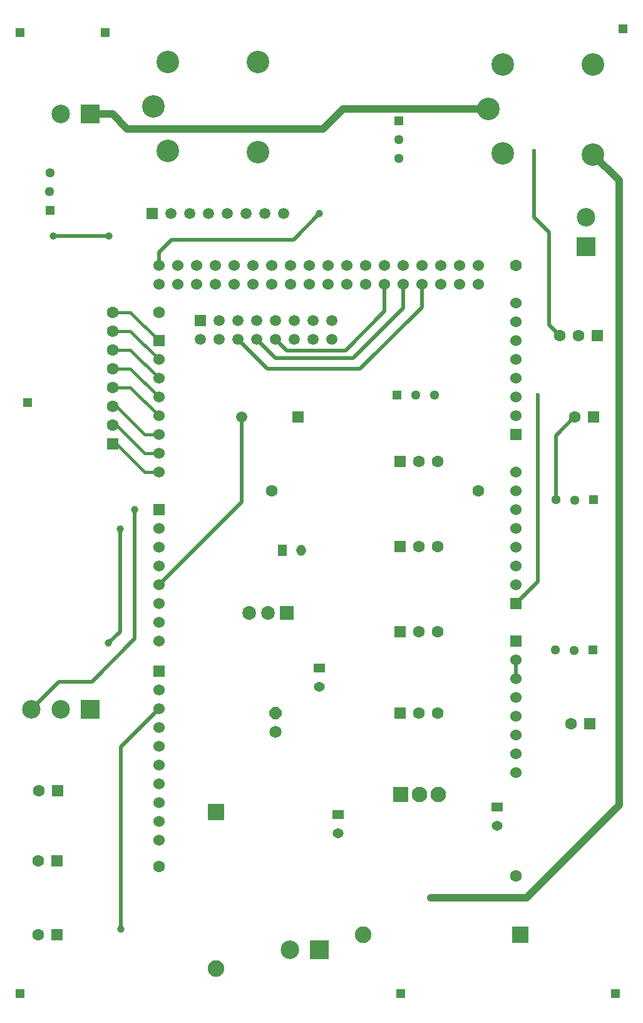
<source format=gbl>
G04*
G04 #@! TF.GenerationSoftware,Altium Limited,Altium Designer,21.3.2 (30)*
G04*
G04 Layer_Physical_Order=2*
G04 Layer_Color=16711680*
%FSTAX24Y24*%
%MOIN*%
G70*
G04*
G04 #@! TF.SameCoordinates,1A830F01-20DA-4C5A-9A70-DFAE4FF976D2*
G04*
G04*
G04 #@! TF.FilePolarity,Positive*
G04*
G01*
G75*
%ADD67C,0.0394*%
%ADD68C,0.0197*%
%ADD70C,0.0984*%
%ADD71R,0.0984X0.0984*%
%ADD72R,0.0630X0.0630*%
%ADD73C,0.0630*%
%ADD75R,0.0511X0.0511*%
%ADD76C,0.0511*%
%ADD77C,0.0600*%
%ADD78R,0.0600X0.0600*%
%ADD79R,0.0984X0.0984*%
%ADD80C,0.0598*%
%ADD81R,0.0598X0.0598*%
%ADD82R,0.0511X0.0511*%
%ADD83C,0.1200*%
%ADD84R,0.0886X0.0886*%
%ADD85C,0.0886*%
%ADD86R,0.0886X0.0886*%
%ADD87R,0.0630X0.0630*%
%ADD88C,0.0827*%
%ADD89R,0.0827X0.0827*%
%ADD90R,0.0732X0.0732*%
%ADD91C,0.0732*%
%ADD92O,0.0591X0.0512*%
%ADD93R,0.0591X0.0512*%
%ADD94O,0.0512X0.0591*%
%ADD95R,0.0512X0.0591*%
%ADD96C,0.0650*%
%ADD97P,0.0704X8X292.5*%
%ADD98R,0.0591X0.0591*%
%ADD99C,0.0591*%
%ADD100C,0.0394*%
%ADD101C,0.0236*%
%ADD102C,0.0157*%
D67*
X037205Y073622D02*
X038265Y074682D01*
X045984D01*
X024795Y074409D02*
X025984D01*
X026772Y073622D02*
X037205D01*
X042913Y032677D02*
X048031D01*
X052953Y037598D02*
Y070866D01*
X048031Y032677D02*
X052953Y037598D01*
X051575Y072244D02*
X052953Y070866D01*
X025984Y074409D02*
X026772Y073622D01*
D68*
X028449Y049331D02*
X032874Y053756D01*
Y058268D01*
X022835Y067913D02*
X025787D01*
X028449Y067031D02*
X029134Y067717D01*
X028449Y066331D02*
Y067031D01*
X029134Y067717D02*
X03563D01*
X037008Y069094D01*
X02642Y040702D02*
X028449Y042731D01*
X02642Y03099D02*
Y040702D01*
X025771Y046243D02*
X026378Y046851D01*
Y052309D01*
X027165Y046457D02*
Y053346D01*
X024878Y04417D02*
X027165Y046457D01*
X023123Y04417D02*
X024878D01*
X021669Y042717D02*
X023123Y04417D01*
X042449Y064102D02*
Y065331D01*
X039173Y060827D02*
X042449Y064102D01*
X032661Y062402D02*
X034236Y060827D01*
X039173D01*
X041449Y064087D02*
Y065331D01*
X03878Y061417D02*
X041449Y064087D01*
X033661Y062402D02*
X034646Y061417D01*
X03878D01*
X038386Y061811D02*
X04047Y063895D01*
X034661Y062402D02*
X035252Y061811D01*
X038386D01*
X040449Y065331D02*
X04047Y06531D01*
Y063895D02*
Y06531D01*
X047449Y048331D02*
X048622Y049504D01*
Y059449D01*
X047449Y044331D02*
Y045331D01*
X045863Y074803D02*
X045984Y074682D01*
X049591Y05387D02*
Y057283D01*
X050575Y058268D01*
X048425Y068898D02*
Y072441D01*
Y068898D02*
X049213Y06811D01*
Y063173D02*
Y06811D01*
Y063173D02*
X049787Y062598D01*
D70*
X023228Y042717D02*
D03*
X021669D02*
D03*
X051181Y06889D02*
D03*
X035441Y029921D02*
D03*
X023236Y074409D02*
D03*
D71*
X024787Y042717D02*
D03*
X037Y029921D02*
D03*
X024795Y074409D02*
D03*
D72*
X051591Y058268D02*
D03*
X051787Y062598D02*
D03*
X041307Y04685D02*
D03*
Y051378D02*
D03*
Y055906D02*
D03*
Y04252D02*
D03*
X051394Y041929D02*
D03*
X023031Y030709D02*
D03*
Y034646D02*
D03*
X023047Y038386D02*
D03*
D73*
X050591Y058268D02*
D03*
X050787Y062598D02*
D03*
X049787D02*
D03*
X034449Y054331D02*
D03*
X028449Y034331D02*
D03*
X047449Y033831D02*
D03*
X045449Y054331D02*
D03*
X047449Y066331D02*
D03*
X028449Y063831D02*
D03*
X042307Y04685D02*
D03*
X043307D02*
D03*
X042307Y051378D02*
D03*
X043307D02*
D03*
X042307Y055906D02*
D03*
X043307D02*
D03*
X025984Y063827D02*
D03*
Y062827D02*
D03*
Y061827D02*
D03*
Y060827D02*
D03*
Y059827D02*
D03*
Y058827D02*
D03*
Y057827D02*
D03*
X043307Y04252D02*
D03*
X042307D02*
D03*
X050394Y041929D02*
D03*
X022032Y030709D02*
D03*
Y034646D02*
D03*
X022047Y038386D02*
D03*
D75*
X021457Y059055D02*
D03*
X025591Y07874D02*
D03*
X021063D02*
D03*
X05315Y078937D02*
D03*
X041339Y027559D02*
D03*
X052756D02*
D03*
X021063D02*
D03*
X051591Y05387D02*
D03*
X051575Y045866D02*
D03*
X041126Y059432D02*
D03*
D76*
X050591Y053853D02*
D03*
X049591Y05387D02*
D03*
X022655Y071276D02*
D03*
X022638Y070276D02*
D03*
X050575Y045849D02*
D03*
X049575Y045866D02*
D03*
X042126Y059449D02*
D03*
X043126Y059432D02*
D03*
X041226Y073032D02*
D03*
X041209Y072031D02*
D03*
D77*
X028449Y035731D02*
D03*
X028449Y046331D02*
D03*
Y055331D02*
D03*
Y066331D02*
D03*
X029449D02*
D03*
X030449D02*
D03*
X031449D02*
D03*
X032449D02*
D03*
X033449D02*
D03*
X034449D02*
D03*
X035449D02*
D03*
X036449D02*
D03*
X037449D02*
D03*
X038449D02*
D03*
X039449D02*
D03*
X040449D02*
D03*
X041449D02*
D03*
X042449D02*
D03*
X043449D02*
D03*
X044449D02*
D03*
X045449D02*
D03*
X028449Y065331D02*
D03*
X029449D02*
D03*
X030449D02*
D03*
X031449D02*
D03*
X032449D02*
D03*
X033449D02*
D03*
X034449D02*
D03*
X035449D02*
D03*
X036449D02*
D03*
X037449D02*
D03*
X038449D02*
D03*
X039449D02*
D03*
X040449D02*
D03*
X041449D02*
D03*
X042449D02*
D03*
X043449D02*
D03*
X044449D02*
D03*
X045449D02*
D03*
X047449Y050331D02*
D03*
Y049331D02*
D03*
Y052331D02*
D03*
Y051331D02*
D03*
Y045331D02*
D03*
Y044331D02*
D03*
Y043331D02*
D03*
Y042331D02*
D03*
Y041331D02*
D03*
Y039331D02*
D03*
Y040331D02*
D03*
Y054331D02*
D03*
Y055331D02*
D03*
Y058331D02*
D03*
Y059331D02*
D03*
Y060331D02*
D03*
Y061331D02*
D03*
Y062331D02*
D03*
Y063331D02*
D03*
Y064331D02*
D03*
Y053331D02*
D03*
X028449Y061331D02*
D03*
Y060331D02*
D03*
Y059331D02*
D03*
Y058331D02*
D03*
Y057331D02*
D03*
Y056331D02*
D03*
Y052331D02*
D03*
Y051331D02*
D03*
Y050331D02*
D03*
Y049331D02*
D03*
Y048331D02*
D03*
Y047331D02*
D03*
X028449Y043731D02*
D03*
Y042731D02*
D03*
Y041731D02*
D03*
Y040731D02*
D03*
Y039731D02*
D03*
Y038731D02*
D03*
Y037731D02*
D03*
Y036731D02*
D03*
D78*
X047449Y048331D02*
D03*
Y046331D02*
D03*
Y057331D02*
D03*
X028449Y062331D02*
D03*
Y053331D02*
D03*
X028449Y044731D02*
D03*
D79*
X051181Y067331D02*
D03*
D80*
X035102Y069094D02*
D03*
X034102D02*
D03*
X033102D02*
D03*
X032102D02*
D03*
X031102D02*
D03*
X030102D02*
D03*
X029102D02*
D03*
X030661Y062402D02*
D03*
X031661D02*
D03*
X032661D02*
D03*
X033661D02*
D03*
X034661D02*
D03*
X035661D02*
D03*
X036661D02*
D03*
X037661D02*
D03*
Y063402D02*
D03*
X036661D02*
D03*
X035661D02*
D03*
X034661D02*
D03*
X033661D02*
D03*
X032661D02*
D03*
X031661D02*
D03*
D81*
X028102Y069094D02*
D03*
X030661Y063402D02*
D03*
D82*
X022655Y069276D02*
D03*
X041209Y074032D02*
D03*
D83*
X028937Y072441D02*
D03*
Y077165D02*
D03*
X03374Y072365D02*
D03*
Y077165D02*
D03*
X02815Y074803D02*
D03*
X045984Y074682D02*
D03*
X051575Y077044D02*
D03*
Y072244D02*
D03*
X046772Y077044D02*
D03*
Y07232D02*
D03*
D84*
X031496Y037244D02*
D03*
D85*
Y028898D02*
D03*
X039331Y030709D02*
D03*
D86*
X047677D02*
D03*
D87*
X025984Y056827D02*
D03*
D88*
X043323Y038189D02*
D03*
X042323D02*
D03*
D89*
X041323D02*
D03*
D90*
X035252Y047835D02*
D03*
D91*
X034252D02*
D03*
X033252D02*
D03*
D92*
X046457Y036508D02*
D03*
X037992Y036114D02*
D03*
X037008Y043898D02*
D03*
D93*
X046457Y037508D02*
D03*
X037992Y037114D02*
D03*
X037008Y044898D02*
D03*
D94*
X036024Y051181D02*
D03*
D95*
X035024D02*
D03*
D96*
X034646Y04152D02*
D03*
D97*
Y04252D02*
D03*
D98*
X035874Y058273D02*
D03*
D99*
X032874Y058268D02*
D03*
D100*
X022835Y067913D02*
D03*
X025787D02*
D03*
X037008Y069094D02*
D03*
X02642Y03099D02*
D03*
X025771Y046243D02*
D03*
X026378Y052309D02*
D03*
X027165Y053346D02*
D03*
D101*
X042913Y032677D02*
D03*
X048622Y059449D02*
D03*
X048425Y072441D02*
D03*
D102*
X026937Y063843D02*
X028449Y062331D01*
X026181Y063843D02*
X026937D01*
Y062843D02*
X028449Y061331D01*
X026181Y062843D02*
X026937D01*
Y061843D02*
X028449Y060331D01*
X026181Y061843D02*
X026937D01*
Y060843D02*
X028449Y059331D01*
X026181Y060843D02*
X026937D01*
Y059843D02*
X028449Y058331D01*
X026181Y059843D02*
X026937D01*
X026181Y058843D02*
X027693Y057331D01*
X028449D01*
X026181Y057843D02*
X027693Y056331D01*
X028449D01*
X026181Y056843D02*
X027693Y055331D01*
X028449D01*
M02*

</source>
